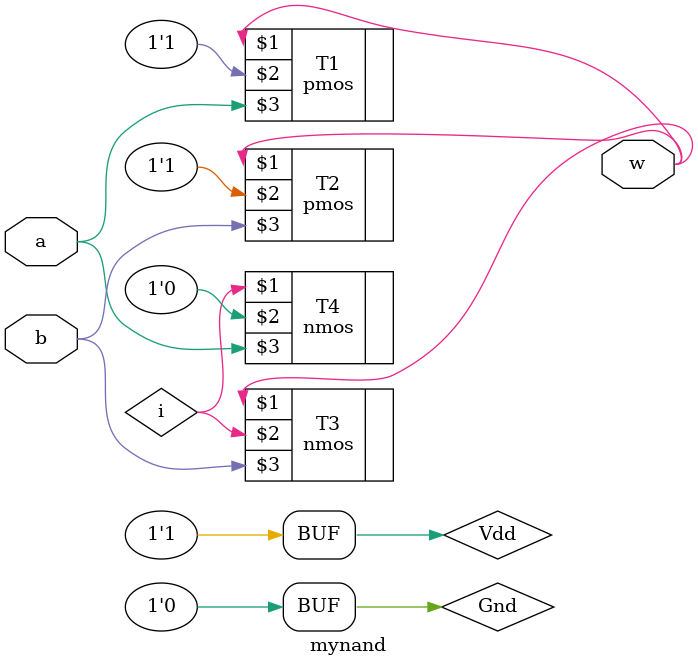
<source format=sv>
`timescale 1ns/1ns
module mynand (input a,b, output w);
	wire i;
	supply1 Vdd;
	supply0 Gnd;
	pmos #(4,7,9) T1(w,Vdd,a);
	pmos #(4,7,9) T2(w,Vdd,b);
	nmos #(3,5,7) T3(w,i,b);
	nmos #(3,5,7) T4(i,Gnd,a);

endmodule
</source>
